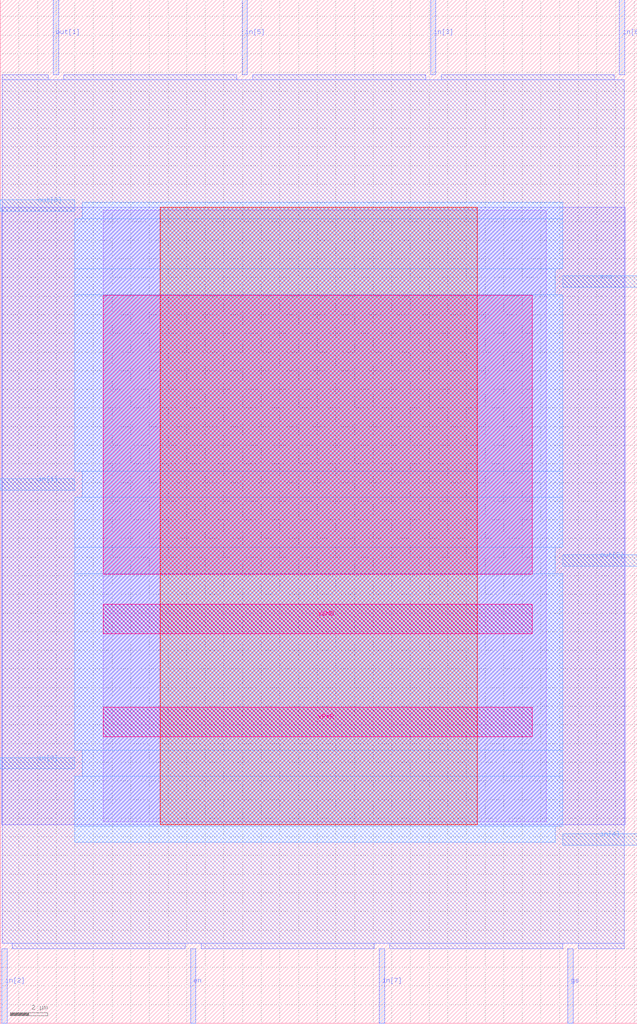
<source format=lef>
VERSION 5.7 ;
  NOWIREEXTENSIONATPIN ON ;
  DIVIDERCHAR "/" ;
  BUSBITCHARS "[]" ;
MACRO priority_encoder
  CLASS BLOCK ;
  FOREIGN priority_encoder ;
  ORIGIN 0.000 0.000 ;
  SIZE 34.165 BY 54.885 ;
  PIN VGND
    DIRECTION INPUT ;
    USE GROUND ;
    PORT
      LAYER met5 ;
        RECT 5.520 20.885 28.520 22.485 ;
    END
  END VGND
  PIN VPWR
    DIRECTION INPUT ;
    USE POWER ;
    PORT
      LAYER met5 ;
        RECT 5.520 15.360 28.520 16.960 ;
    END
  END VPWR
  PIN en
    DIRECTION INPUT ;
    USE SIGNAL ;
    PORT
      LAYER met2 ;
        RECT 10.210 0.000 10.490 4.000 ;
    END
  END en
  PIN eno
    DIRECTION OUTPUT TRISTATE ;
    USE SIGNAL ;
    PORT
      LAYER met3 ;
        RECT 30.165 39.480 34.165 40.080 ;
    END
  END eno
  PIN gs
    DIRECTION OUTPUT TRISTATE ;
    USE SIGNAL ;
    PORT
      LAYER met2 ;
        RECT 30.450 0.000 30.730 4.000 ;
    END
  END gs
  PIN in[0]
    DIRECTION INPUT ;
    USE SIGNAL ;
    PORT
      LAYER met3 ;
        RECT 0.000 13.640 4.000 14.240 ;
    END
  END in[0]
  PIN in[1]
    DIRECTION INPUT ;
    USE SIGNAL ;
    PORT
      LAYER met3 ;
        RECT 0.000 28.600 4.000 29.200 ;
    END
  END in[1]
  PIN in[2]
    DIRECTION INPUT ;
    USE SIGNAL ;
    PORT
      LAYER met2 ;
        RECT 0.090 0.000 0.370 4.000 ;
    END
  END in[2]
  PIN in[3]
    DIRECTION INPUT ;
    USE SIGNAL ;
    PORT
      LAYER met2 ;
        RECT 23.090 50.885 23.370 54.885 ;
    END
  END in[3]
  PIN in[4]
    DIRECTION INPUT ;
    USE SIGNAL ;
    PORT
      LAYER met3 ;
        RECT 30.165 9.560 34.165 10.160 ;
    END
  END in[4]
  PIN in[5]
    DIRECTION INPUT ;
    USE SIGNAL ;
    PORT
      LAYER met2 ;
        RECT 12.970 50.885 13.250 54.885 ;
    END
  END in[5]
  PIN in[6]
    DIRECTION INPUT ;
    USE SIGNAL ;
    PORT
      LAYER met2 ;
        RECT 33.210 50.885 33.490 54.885 ;
    END
  END in[6]
  PIN in[7]
    DIRECTION INPUT ;
    USE SIGNAL ;
    PORT
      LAYER met2 ;
        RECT 20.330 0.000 20.610 4.000 ;
    END
  END in[7]
  PIN out[0]
    DIRECTION OUTPUT TRISTATE ;
    USE SIGNAL ;
    PORT
      LAYER met3 ;
        RECT 0.000 43.560 4.000 44.160 ;
    END
  END out[0]
  PIN out[1]
    DIRECTION OUTPUT TRISTATE ;
    USE SIGNAL ;
    PORT
      LAYER met2 ;
        RECT 2.850 50.885 3.130 54.885 ;
    END
  END out[1]
  PIN out[2]
    DIRECTION OUTPUT TRISTATE ;
    USE SIGNAL ;
    PORT
      LAYER met3 ;
        RECT 30.165 24.520 34.165 25.120 ;
    END
  END out[2]
  OBS
      LAYER li1 ;
        RECT 5.520 10.795 29.295 43.605 ;
      LAYER met1 ;
        RECT 0.070 10.640 33.510 43.760 ;
      LAYER met2 ;
        RECT 0.100 50.605 2.570 50.885 ;
        RECT 3.410 50.605 12.690 50.885 ;
        RECT 13.530 50.605 22.810 50.885 ;
        RECT 23.650 50.605 32.930 50.885 ;
        RECT 0.100 4.280 33.480 50.605 ;
        RECT 0.650 4.000 9.930 4.280 ;
        RECT 10.770 4.000 20.050 4.280 ;
        RECT 20.890 4.000 30.170 4.280 ;
        RECT 31.010 4.000 33.480 4.280 ;
      LAYER met3 ;
        RECT 4.400 43.160 30.165 44.025 ;
        RECT 4.000 40.480 30.165 43.160 ;
        RECT 4.000 39.080 29.765 40.480 ;
        RECT 4.000 29.600 30.165 39.080 ;
        RECT 4.400 28.200 30.165 29.600 ;
        RECT 4.000 25.520 30.165 28.200 ;
        RECT 4.000 24.120 29.765 25.520 ;
        RECT 4.000 14.640 30.165 24.120 ;
        RECT 4.400 13.240 30.165 14.640 ;
        RECT 4.000 10.560 30.165 13.240 ;
        RECT 4.000 9.695 29.765 10.560 ;
      LAYER met4 ;
        RECT 8.575 10.640 25.590 43.760 ;
      LAYER met5 ;
        RECT 5.520 24.085 28.520 39.045 ;
  END
END priority_encoder
END LIBRARY


</source>
